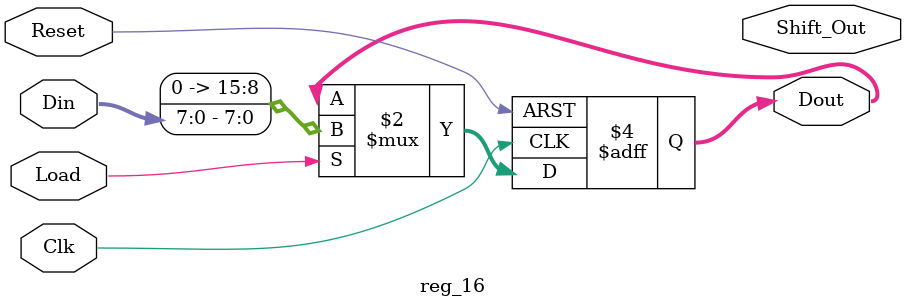
<source format=sv>
module reg_16 (
        input logic Clk, Reset, Load,
        input logic [15:0] Din,
        output logic Shift_Out,
        output logic [15:0] Dout
    );
    always_ff @ (posedge Clk or posedge Reset) begin
        if (Reset) // Asynchronous Reset
            Dout <= 16'h0;
        else if (Load)
            Dout <= Din[7:0];
    end
endmodule
</source>
